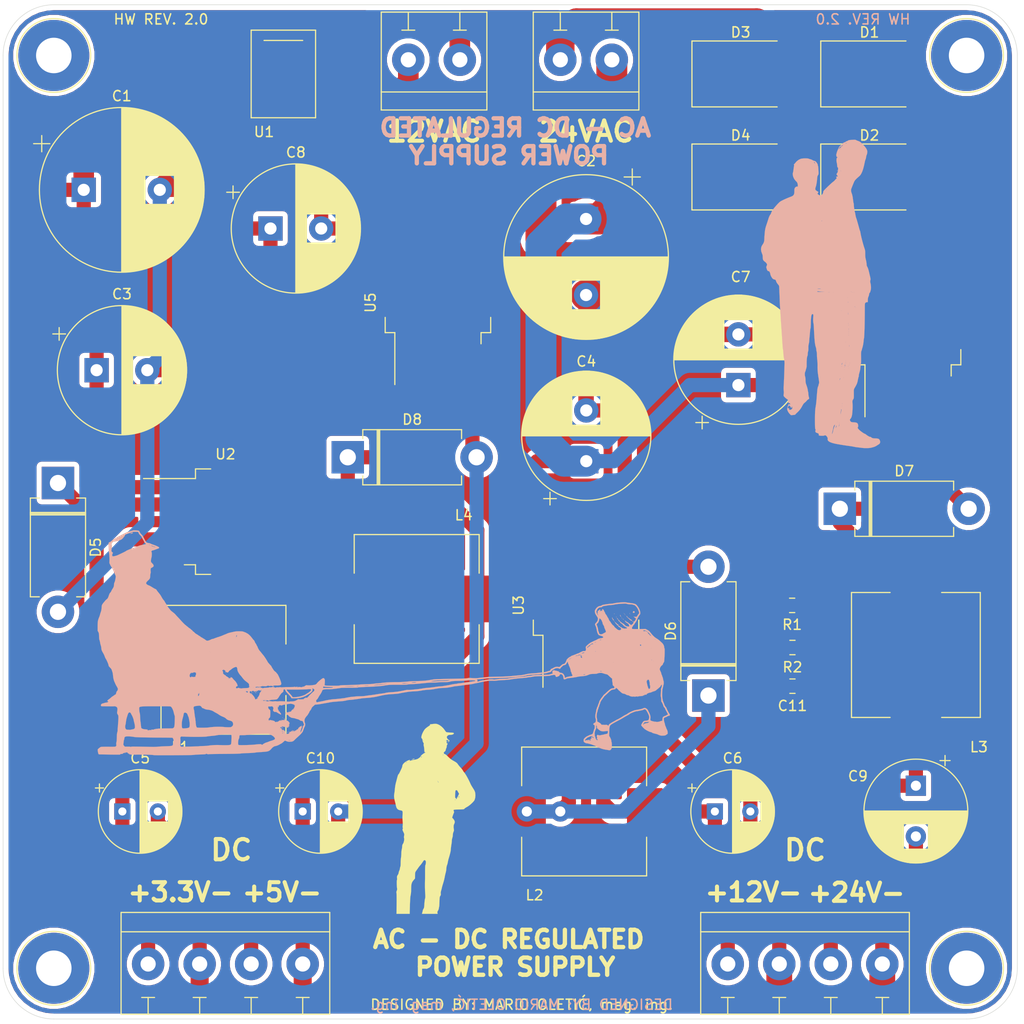
<source format=kicad_pcb>
(kicad_pcb (version 20171130) (host pcbnew "(5.1.5)-3")
  (layers (0 F.Cu signal) (31 B.Cu signal) (34 B.Paste user) (35 F.Paste user) (36 B.SilkS user) (37 F.SilkS user) (38 B.Mask user) (39 F.Mask user) (44 Edge.Cuts user))
  (net 0 "")
  (net 1 GND)
  (net 2 +12V)
  (net 3 +24V)
  (net 4 GNDA)
  (net 5 +3V3)
  (net 6 +12VA)
  (net 7 VPP)
  (net 8 +5V)
  (net 9 "Net-(C11-Pad2)")
  (net 10 /AC1)
  (net 11 /AC2)
  (net 12 "Net-(D5-Pad1)")
  (net 13 "Net-(D6-Pad1)")
  (net 14 "Net-(D7-Pad1)")
  (net 15 "Net-(D8-Pad1)")
  (net 16 "Net-(J1-Pad2)")
  (net 17 "Net-(J1-Pad1)")
  (module PowerSupply:med2 (layer B.Cu) (at 181.61 78.105 180)
    (fp_text reference G*** hide)
    (fp_text value LOGO hide)
  )
  (module PowerSupply:me5 (layer F.Cu) (at 142.24 130.175)
    (fp_text reference G*** hide)
    (fp_text value LOGO hide)
  )
  (module PowerSupply:dam4 (layer B.Cu) (at 137.16 112.395 180)
    (fp_text reference G*** hide)
    (fp_text value LOGO hide)
  )
  (module PowerSupply:M3_ScrewPad (layer F.Cu) (at 105 145)
    (fp_text reference REF** hide)
    (fp_text value M3_ScrewPad hide)
    (pad 1 thru_hole circle (at 0 0) (size 7 7) (drill 3.5) (layers *.Cu *.Mask))
  )
  (module PowerSupply:M3_ScrewPad (layer F.Cu) (at 105 55)
    (fp_text reference REF** hide)
    (fp_text value M3_ScrewPad hide)
    (pad 1 thru_hole circle (at 0 0) (size 7 7) (drill 3.5) (layers *.Cu *.Mask))
  )
  (module PowerSupply:M3_ScrewPad (layer F.Cu) (at 195 55)
    (fp_text reference REF** hide)
    (fp_text value M3_ScrewPad hide)
    (pad 1 thru_hole circle (at 0 0) (size 7 7) (drill 3.5) (layers *.Cu *.Mask))
  )
  (module PowerSupply:M3_ScrewPad (layer F.Cu) (at 195 145)
    (fp_text reference REF** hide)
    (fp_text value M3_ScrewPad hide)
    (pad 1 thru_hole circle (at 0 0) (size 7 7) (drill 3.5) (layers *.Cu *.Mask))
  )
  (module Capacitor_THT:CP_Radial_D16.0mm_P7.50mm (layer F.Cu) (at 107.95 68.25005)
    (fp_text reference C1 (at 3.75 -9.25) (layer F.SilkS))
    (fp_text value 2200uF hide)
    (pad 2 thru_hole circle (at 7.5 0) (size 2.4 2.4) (drill 1.2) (layers *.Cu *.Mask) (net 1 GND))
    (pad 1 thru_hole rect (at 0 0) (size 2.4 2.4) (drill 1.2) (layers *.Cu *.Mask) (net 2 +12V))
  )
  (module Capacitor_THT:CP_Radial_D16.0mm_P7.50mm (layer F.Cu) (at 157.48 71.12 270)
    (fp_text reference C2 (at -5.715 0 180) (layer F.SilkS))
    (fp_text value 2200uF hide)
    (pad 1 thru_hole rect (at 0 0 270) (size 2.4 2.4) (drill 1.2) (layers *.Cu *.Mask) (net 3 +24V))
    (pad 2 thru_hole circle (at 7.5 0 270) (size 2.4 2.4) (drill 1.2) (layers *.Cu *.Mask) (net 4 GNDA))
  )
  (module Capacitor_THT:CP_Radial_D12.5mm_P5.00mm (layer F.Cu) (at 109.22 86.03005)
    (fp_text reference C3 (at 2.5 -7.5) (layer F.SilkS))
    (fp_text value 680uF hide)
    (pad 2 thru_hole circle (at 5 0) (size 2.4 2.4) (drill 1.2) (layers *.Cu *.Mask) (net 1 GND))
    (pad 1 thru_hole rect (at 0 0) (size 2.4 2.4) (drill 1.2) (layers *.Cu *.Mask) (net 2 +12V))
  )
  (module Capacitor_THT:CP_Radial_D12.5mm_P5.00mm (layer F.Cu) (at 157.5 95 90)
    (fp_text reference C4 (at 9.83005 0 180) (layer F.SilkS))
    (fp_text value 680uF hide)
    (pad 2 thru_hole circle (at 5 0 90) (size 2.4 2.4) (drill 1.2) (layers *.Cu *.Mask) (net 4 GNDA))
    (pad 1 thru_hole rect (at 0 0 90) (size 2.4 2.4) (drill 1.2) (layers *.Cu *.Mask) (net 3 +24V))
  )
  (module Capacitor_THT:CP_Radial_D8.0mm_P3.50mm (layer F.Cu) (at 111.76 129.54)
    (fp_text reference C5 (at 1.75 -5.25) (layer F.SilkS))
    (fp_text value 330uF hide)
    (pad 1 thru_hole rect (at 0 0) (size 1.6 1.6) (drill 0.8) (layers *.Cu *.Mask) (net 5 +3V3))
    (pad 2 thru_hole circle (at 3.5 0) (size 1.6 1.6) (drill 0.8) (layers *.Cu *.Mask) (net 1 GND))
  )
  (module Capacitor_THT:CP_Radial_D8.0mm_P3.50mm (layer F.Cu) (at 170.18 129.54)
    (fp_text reference C6 (at 1.75 -5.25) (layer F.SilkS))
    (fp_text value 180uF hide)
    (pad 1 thru_hole rect (at 0 0) (size 1.6 1.6) (drill 0.8) (layers *.Cu *.Mask) (net 6 +12VA))
    (pad 2 thru_hole circle (at 3.5 0) (size 1.6 1.6) (drill 0.8) (layers *.Cu *.Mask) (net 4 GNDA))
  )
  (module Capacitor_THT:CP_Radial_D12.5mm_P5.00mm (layer F.Cu) (at 172.5 87.5 90)
    (fp_text reference C7 (at 10.665 0.22 180) (layer F.SilkS))
    (fp_text value 680uF hide)
    (pad 1 thru_hole rect (at 0 0 90) (size 2.4 2.4) (drill 1.2) (layers *.Cu *.Mask) (net 3 +24V))
    (pad 2 thru_hole circle (at 5 0 90) (size 2.4 2.4) (drill 1.2) (layers *.Cu *.Mask) (net 4 GNDA))
  )
  (module Capacitor_THT:CP_Radial_D12.5mm_P5.00mm (layer F.Cu) (at 126.365 72.06005)
    (fp_text reference C8 (at 2.5 -7.5) (layer F.SilkS))
    (fp_text value 680uF hide)
    (pad 1 thru_hole rect (at 0 0) (size 2.4 2.4) (drill 1.2) (layers *.Cu *.Mask) (net 2 +12V))
    (pad 2 thru_hole circle (at 5 0) (size 2.4 2.4) (drill 1.2) (layers *.Cu *.Mask) (net 1 GND))
  )
  (module Capacitor_THT:CP_Radial_D10.0mm_P5.00mm (layer F.Cu) (at 190 127 270)
    (fp_text reference C9 (at -0.94005 5.715 180) (layer F.SilkS))
    (fp_text value 150uF hide)
    (pad 1 thru_hole rect (at 0 0 270) (size 2 2) (drill 1) (layers *.Cu *.Mask) (net 7 VPP))
    (pad 2 thru_hole circle (at 5 0 270) (size 2 2) (drill 1) (layers *.Cu *.Mask) (net 4 GNDA))
  )
  (module Capacitor_THT:CP_Radial_D8.0mm_P3.50mm (layer F.Cu) (at 129.54 129.54)
    (fp_text reference C10 (at 1.75 -5.25) (layer F.SilkS))
    (fp_text value 180uF hide)
    (pad 2 thru_hole circle (at 3.5 0) (size 1.6 1.6) (drill 0.8) (layers *.Cu *.Mask) (net 1 GND))
    (pad 1 thru_hole rect (at 0 0) (size 1.6 1.6) (drill 0.8) (layers *.Cu *.Mask) (net 8 +5V))
  )
  (module Capacitor_SMD:C_0805_2012Metric (layer F.Cu) (at 177.83 117.18505)
    (fp_text reference C11 (at 0 1.94095) (layer F.SilkS))
    (fp_text value 560pF hide)
    (pad 1 smd roundrect (at -0.9375 0) (size 0.975 1.4) (layers F.Cu F.Paste F.Mask) (net 7 VPP))
    (pad 2 smd roundrect (at 0.9375 0) (size 0.975 1.4) (layers F.Cu F.Paste F.Mask) (net 9 "Net-(C11-Pad2)"))
  )
  (module Diode_SMD:D_SMC (layer F.Cu) (at 185.42 56.82005)
    (fp_text reference D1 (at 0 -4.1) (layer F.SilkS))
    (fp_text value D hide)
    (pad 1 smd rect (at -3.4 0 90) (size 3.3 2.5) (layers F.Cu F.Paste F.Mask) (net 10 /AC1))
    (pad 2 smd rect (at 3.4 0 90) (size 3.3 2.5) (layers F.Cu F.Paste F.Mask) (net 4 GNDA))
  )
  (module Diode_SMD:D_SMC (layer F.Cu) (at 185.42 66.98005)
    (fp_text reference D2 (at 0 -4.1) (layer F.SilkS))
    (fp_text value D hide)
    (pad 1 smd rect (at -3.4 0 90) (size 3.3 2.5) (layers F.Cu F.Paste F.Mask) (net 11 /AC2))
    (pad 2 smd rect (at 3.4 0 90) (size 3.3 2.5) (layers F.Cu F.Paste F.Mask) (net 4 GNDA))
  )
  (module Diode_SMD:D_SMC (layer F.Cu) (at 172.72 56.82005)
    (fp_text reference D3 (at 0 -4.1) (layer F.SilkS))
    (fp_text value D hide)
    (pad 2 smd rect (at 3.4 0 90) (size 3.3 2.5) (layers F.Cu F.Paste F.Mask) (net 10 /AC1))
    (pad 1 smd rect (at -3.4 0 90) (size 3.3 2.5) (layers F.Cu F.Paste F.Mask) (net 3 +24V))
  )
  (module Diode_SMD:D_SMC (layer F.Cu) (at 172.72 66.98005)
    (fp_text reference D4 (at 0 -4.1) (layer F.SilkS))
    (fp_text value D hide)
    (pad 2 smd rect (at 3.4 0 90) (size 3.3 2.5) (layers F.Cu F.Paste F.Mask) (net 11 /AC2))
    (pad 1 smd rect (at -3.4 0 90) (size 3.3 2.5) (layers F.Cu F.Paste F.Mask) (net 3 +24V))
  )
  (module Diode_THT:D_DO-201AD_P12.70mm_Horizontal (layer F.Cu) (at 105.41 97.155 270)
    (fp_text reference D5 (at 6.35 -3.72 90) (layer F.SilkS))
    (fp_text value D_Schottky hide)
    (pad 1 thru_hole rect (at 0 0 270) (size 3.2 3.2) (drill 1.6) (layers *.Cu *.Mask) (net 12 "Net-(D5-Pad1)"))
    (pad 2 thru_hole oval (at 12.7 0 270) (size 3.2 3.2) (drill 1.6) (layers *.Cu *.Mask) (net 1 GND))
  )
  (module Diode_THT:D_DO-201AD_P12.70mm_Horizontal (layer F.Cu) (at 169.545 118.11 90)
    (fp_text reference D6 (at 6.35 -3.72 90) (layer F.SilkS))
    (fp_text value D_Schottky hide)
    (pad 1 thru_hole rect (at 0 0 90) (size 3.2 3.2) (drill 1.6) (layers *.Cu *.Mask) (net 13 "Net-(D6-Pad1)"))
    (pad 2 thru_hole oval (at 12.7 0 90) (size 3.2 3.2) (drill 1.6) (layers *.Cu *.Mask) (net 4 GNDA))
  )
  (module Diode_THT:D_DO-201AD_P12.70mm_Horizontal (layer F.Cu) (at 182.5 99.695)
    (fp_text reference D7 (at 6.35 -3.72) (layer F.SilkS))
    (fp_text value D_Schottky hide)
    (pad 2 thru_hole oval (at 12.7 0) (size 3.2 3.2) (drill 1.6) (layers *.Cu *.Mask) (net 4 GNDA))
    (pad 1 thru_hole rect (at 0 0) (size 3.2 3.2) (drill 1.6) (layers *.Cu *.Mask) (net 14 "Net-(D7-Pad1)"))
  )
  (module Diode_THT:D_DO-201AD_P12.70mm_Horizontal (layer F.Cu) (at 133.985 94.615)
    (fp_text reference D8 (at 6.35 -3.72) (layer F.SilkS))
    (fp_text value D_Schottky hide)
    (pad 2 thru_hole oval (at 12.7 0) (size 3.2 3.2) (drill 1.6) (layers *.Cu *.Mask) (net 1 GND))
    (pad 1 thru_hole rect (at 0 0) (size 3.2 3.2) (drill 1.6) (layers *.Cu *.Mask) (net 15 "Net-(D8-Pad1)"))
  )
  (module PowerSupply:PCB_Screw_Terminal_5.08_2ways (layer F.Cu) (at 142.494 55.55005 180)
    (fp_text reference J1 hide)
    (fp_text value Screw_Terminal_01x02 hide)
    (pad 2 thru_hole circle (at 2.54 0.127 180) (size 3.2 3.2) (drill 1.5) (layers *.Cu *.Mask) (net 16 "Net-(J1-Pad2)"))
    (pad 1 thru_hole circle (at -2.54 0.127 180) (size 3.2 3.2) (drill 1.5) (layers *.Cu *.Mask) (net 17 "Net-(J1-Pad1)"))
  )
  (module PowerSupply:PCB_Screw_Terminal_5.08_2ways (layer F.Cu) (at 157.48 55.55005 180)
    (fp_text reference J2 hide)
    (fp_text value Screw_Terminal_01x02 hide)
    (pad 1 thru_hole circle (at -2.54 0.127 180) (size 3.2 3.2) (drill 1.5) (layers *.Cu *.Mask) (net 11 /AC2))
    (pad 2 thru_hole circle (at 2.54 0.127 180) (size 3.2 3.2) (drill 1.5) (layers *.Cu *.Mask) (net 10 /AC1))
  )
  (module PowerSupply:PCB_Screw_Terminal_5.08_4ways (layer F.Cu) (at 171.45 144.45005)
    (fp_text reference J3 hide)
    (fp_text value Screw_Terminal_01x04 hide)
    (pad 4 thru_hole circle (at 15.24 0.127) (size 3.2 3.2) (drill 1.5) (layers *.Cu *.Mask) (net 4 GNDA))
    (pad 3 thru_hole circle (at 10.16 0.127) (size 3.2 3.2) (drill 1.5) (layers *.Cu *.Mask) (net 7 VPP))
    (pad 1 thru_hole circle (at 0 0.127) (size 3.2 3.2) (drill 1.5) (layers *.Cu *.Mask) (net 6 +12VA))
    (pad 2 thru_hole circle (at 5.08 0.127) (size 3.2 3.2) (drill 1.5) (layers *.Cu *.Mask) (net 4 GNDA))
  )
  (module PowerSupply:PCB_Screw_Terminal_5.08_4ways (layer F.Cu) (at 114.3 144.45005)
    (fp_text reference J4 hide)
    (fp_text value Screw_Terminal_01x04 hide)
    (pad 2 thru_hole circle (at 5.08 0.127) (size 3.2 3.2) (drill 1.5) (layers *.Cu *.Mask) (net 1 GND))
    (pad 1 thru_hole circle (at 0 0.127) (size 3.2 3.2) (drill 1.5) (layers *.Cu *.Mask) (net 5 +3V3))
    (pad 3 thru_hole circle (at 10.16 0.127) (size 3.2 3.2) (drill 1.5) (layers *.Cu *.Mask) (net 8 +5V))
    (pad 4 thru_hole circle (at 15.24 0.127) (size 3.2 3.2) (drill 1.5) (layers *.Cu *.Mask) (net 1 GND))
  )
  (module PowerSupply:HPI1206 (layer F.Cu) (at 116.205 115.57)
    (fp_text reference L1 (at 1.27 7.62) (layer F.SilkS))
    (fp_text value 47uH hide)
    (pad 1 smd rect (at 0 0) (size 3.5 4.6) (layers F.Cu F.Paste F.Mask) (net 12 "Net-(D5-Pad1)"))
    (pad 2 smd rect (at 11.5 0) (size 3.5 4.6) (layers F.Cu F.Paste F.Mask) (net 5 +3V3))
  )
  (module PowerSupply:HPI1206 (layer F.Cu) (at 151.765 129.54)
    (fp_text reference L2 (at 0.635 8.255) (layer F.SilkS))
    (fp_text value 150uH hide)
    (pad 1 smd rect (at 0 0) (size 3.5 4.6) (layers F.Cu F.Paste F.Mask) (net 13 "Net-(D6-Pad1)"))
    (pad 2 smd rect (at 11.5 0) (size 3.5 4.6) (layers F.Cu F.Paste F.Mask) (net 6 +12VA))
  )
  (module PowerSupply:HPI1206 (layer F.Cu) (at 190 108.585 270)
    (fp_text reference L3 (at 14.605 -6.215 180) (layer F.SilkS))
    (fp_text value 47uH hide)
    (pad 2 smd rect (at 11.5 0 270) (size 3.5 4.6) (layers F.Cu F.Paste F.Mask) (net 7 VPP))
    (pad 1 smd rect (at 0 0 270) (size 3.5 4.6) (layers F.Cu F.Paste F.Mask) (net 14 "Net-(D7-Pad1)"))
  )
  (module PowerSupply:HPI1206 (layer F.Cu) (at 135.255 108.585)
    (fp_text reference L4 (at 10.16 -8.255) (layer F.SilkS))
    (fp_text value 33uH hide)
    (pad 2 smd rect (at 11.5 0) (size 3.5 4.6) (layers F.Cu F.Paste F.Mask) (net 8 +5V))
    (pad 1 smd rect (at 0 0) (size 3.5 4.6) (layers F.Cu F.Paste F.Mask) (net 15 "Net-(D8-Pad1)"))
  )
  (module Resistor_SMD:R_0805_2012Metric (layer F.Cu) (at 177.8 109.22)
    (fp_text reference R1 (at 0 1.905) (layer F.SilkS))
    (fp_text value 1k hide)
    (pad 2 smd roundrect (at 0.9375 0) (size 0.975 1.4) (layers F.Cu F.Paste F.Mask) (net 9 "Net-(C11-Pad2)"))
    (pad 1 smd roundrect (at -0.9375 0) (size 0.975 1.4) (layers F.Cu F.Paste F.Mask) (net 4 GNDA))
  )
  (module Resistor_SMD:R_0805_2012Metric (layer F.Cu) (at 177.83 113.37505 180)
    (fp_text reference R2 (at 0 -1.94095) (layer F.SilkS))
    (fp_text value 18k5 hide)
    (pad 1 smd roundrect (at -0.9375 0 180) (size 0.975 1.4) (layers F.Cu F.Paste F.Mask) (net 9 "Net-(C11-Pad2)"))
    (pad 2 smd roundrect (at 0.9375 0 180) (size 0.975 1.4) (layers F.Cu F.Paste F.Mask) (net 7 VPP))
  )
  (module PowerSupply:DBxxS2 (layer F.Cu) (at 132.08 54.28005 270)
    (fp_text reference U1 (at 8.255 6.35 180) (layer F.SilkS))
    (fp_text value Bridge_Rectifier hide)
    (pad 4 smd rect (at 0 0 270) (size 1.3 1.5) (layers F.Cu F.Paste F.Mask) (net 17 "Net-(J1-Pad1)"))
    (pad 1 smd rect (at 0 8.9 270) (size 1.3 1.5) (layers F.Cu F.Paste F.Mask) (net 2 +12V))
    (pad 2 smd rect (at 5.1 8.9 270) (size 1.3 1.5) (layers F.Cu F.Paste F.Mask) (net 1 GND))
    (pad 3 smd rect (at 5.1 0 270) (size 1.3 1.5) (layers F.Cu F.Paste F.Mask) (net 16 "Net-(J1-Pad2)"))
  )
  (module Package_TO_SOT_SMD:TO-263-5_TabPin3 (layer F.Cu) (at 121.92 100.965)
    (fp_text reference U2 (at 0 -6.65) (layer F.SilkS))
    (fp_text value LM2596S-3.3 hide)
    (pad 3 smd rect (at 3.375 0) (size 9.4 10.8) (layers F.Cu F.Mask) (net 1 GND))
    (pad 5 smd rect (at -5.775 3.4) (size 4.6 1.1) (layers F.Cu F.Paste F.Mask) (net 1 GND))
    (pad 4 smd rect (at -5.775 1.7) (size 4.6 1.1) (layers F.Cu F.Paste F.Mask) (net 5 +3V3))
    (pad 3 smd rect (at -5.775 0) (size 4.6 1.1) (layers F.Cu F.Paste F.Mask) (net 1 GND))
    (pad 2 smd rect (at -5.775 -1.7) (size 4.6 1.1) (layers F.Cu F.Paste F.Mask) (net 12 "Net-(D5-Pad1)"))
    (pad 1 smd rect (at -5.775 -3.4) (size 4.6 1.1) (layers F.Cu F.Paste F.Mask) (net 2 +12V))
  )
  (module Package_TO_SOT_SMD:TO-263-5_TabPin3 (layer F.Cu) (at 157.48 109.22 90)
    (fp_text reference U3 (at 0 -6.65 90) (layer F.SilkS))
    (fp_text value LM2596S-12 hide)
    (pad 3 smd rect (at 3.375 0 90) (size 9.4 10.8) (layers F.Cu F.Mask) (net 4 GNDA))
    (pad 5 smd rect (at -5.775 3.4 90) (size 4.6 1.1) (layers F.Cu F.Paste F.Mask) (net 4 GNDA))
    (pad 4 smd rect (at -5.775 1.7 90) (size 4.6 1.1) (layers F.Cu F.Paste F.Mask) (net 6 +12VA))
    (pad 3 smd rect (at -5.775 0 90) (size 4.6 1.1) (layers F.Cu F.Paste F.Mask) (net 4 GNDA))
    (pad 2 smd rect (at -5.775 -1.7 90) (size 4.6 1.1) (layers F.Cu F.Paste F.Mask) (net 13 "Net-(D6-Pad1)"))
    (pad 1 smd rect (at -5.775 -3.4 90) (size 4.6 1.1) (layers F.Cu F.Paste F.Mask) (net 3 +24V))
  )
  (module Package_TO_SOT_SMD:TO-263-5_TabPin3 (layer F.Cu) (at 189.23 82.55 90)
    (fp_text reference U4 (at 0 -6.65 90) (layer F.SilkS))
    (fp_text value LM2596S-ADJ hide)
    (pad 1 smd rect (at -5.775 -3.4 90) (size 4.6 1.1) (layers F.Cu F.Paste F.Mask) (net 3 +24V))
    (pad 2 smd rect (at -5.775 -1.7 90) (size 4.6 1.1) (layers F.Cu F.Paste F.Mask) (net 14 "Net-(D7-Pad1)"))
    (pad 3 smd rect (at -5.775 0 90) (size 4.6 1.1) (layers F.Cu F.Paste F.Mask) (net 4 GNDA))
    (pad 4 smd rect (at -5.775 1.7 90) (size 4.6 1.1) (layers F.Cu F.Paste F.Mask) (net 9 "Net-(C11-Pad2)"))
    (pad 5 smd rect (at -5.775 3.4 90) (size 4.6 1.1) (layers F.Cu F.Paste F.Mask) (net 4 GNDA))
    (pad 3 smd rect (at 3.375 0 90) (size 9.4 10.8) (layers F.Cu F.Mask) (net 4 GNDA))
  )
  (module Package_TO_SOT_SMD:TO-263-5_TabPin3 (layer F.Cu) (at 142.875 79.375 90)
    (fp_text reference U5 (at 0 -6.65 90) (layer F.SilkS))
    (fp_text value LM2596S-5 hide)
    (pad 1 smd rect (at -5.775 -3.4 90) (size 4.6 1.1) (layers F.Cu F.Paste F.Mask) (net 2 +12V))
    (pad 2 smd rect (at -5.775 -1.7 90) (size 4.6 1.1) (layers F.Cu F.Paste F.Mask) (net 15 "Net-(D8-Pad1)"))
    (pad 3 smd rect (at -5.775 0 90) (size 4.6 1.1) (layers F.Cu F.Paste F.Mask) (net 1 GND))
    (pad 4 smd rect (at -5.775 1.7 90) (size 4.6 1.1) (layers F.Cu F.Paste F.Mask) (net 8 +5V))
    (pad 5 smd rect (at -5.775 3.4 90) (size 4.6 1.1) (layers F.Cu F.Paste F.Mask) (net 1 GND))
    (pad 3 smd rect (at 3.375 0 90) (size 9.4 10.8) (layers F.Cu F.Mask) (net 1 GND))
  )
  (gr_text "DESIGNED BY: MARIO OLETIĆ, mag. ing." (at 151.13 148.59) (layer B.SilkS) (effects (font (size 1 1)) (justify mirror)))
  (gr_text "AC - DC REGULATED \nPOWER SUPPLY" (at 149.86 63.5) (layer B.SilkS) (effects (font (size 1.7 1.7) (thickness 0.425)) (justify mirror)))
  (gr_text "HW REV. 2.0" (at 184.785 51.435) (layer B.SilkS) (effects (font (size 1 1)) (justify mirror)))
  (gr_text "AC - DC REGULATED \nPOWER SUPPLY" (at 150.495 143.51) (layer F.SilkS) (effects (font (size 1.7 1.7) (thickness 0.425))))
  (gr_text "HW REV. 2.0" (at 115.57 51.435) (layer F.SilkS) (effects (font (size 1 1))))
  (gr_text "DESIGNED BY: MARIO OLETIĆ, mag. ing." (at 151.13 148.59) (layer F.SilkS) (effects (font (size 1 1))))
  (gr_text DC (at 179.07 133.35) (layer F.SilkS) (effects (font (size 2 2) (thickness 0.4))))
  (gr_text DC (at 122.5 133.35) (layer F.SilkS) (effects (font (size 2 2) (thickness 0.4))))
  (gr_text +24V- (at 184.15 137.541) (layer F.SilkS) (effects (font (size 1.8 1.8) (thickness 0.4))))
  (gr_text +12V- (at 173.99 137.5) (layer F.SilkS) (effects (font (size 1.8 1.8) (thickness 0.4))))
  (gr_text +5V- (at 127.5 137.5) (layer F.SilkS) (effects (font (size 1.8 1.8) (thickness 0.4))))
  (gr_text +3.3V- (at 117.5 137.5) (layer F.SilkS) (effects (font (size 1.8 1.8) (thickness 0.4))))
  (gr_text 24VAC (at 157.5 62.5) (layer F.SilkS) (effects (font (size 2 2) (thickness 0.4))))
  (gr_text 12VAC (at 142.5 62.5) (layer F.SilkS) (effects (font (size 2 2) (thickness 0.4))))
  (gr_arc (start 195 55) (end 200 55) (angle -90) (layer Edge.Cuts) (width 0.05))
  (gr_arc (start 195 145) (end 195 150) (angle -90) (layer Edge.Cuts) (width 0.05))
  (gr_arc (start 105 145) (end 100 145) (angle -90) (layer Edge.Cuts) (width 0.05))
  (gr_arc (start 105 55) (end 105 50) (angle -90) (layer Edge.Cuts) (width 0.05))
  (gr_line (start 100 55) (end 100 145) (layer Edge.Cuts) (width 0.05))
  (gr_line (start 195 50.000025) (end 105 50) (layer Edge.Cuts) (width 0.05))
  (gr_line (start 200.0001 145) (end 200 55) (layer Edge.Cuts) (width 0.05))
  (gr_line (start 105 150) (end 195 150) (layer Edge.Cuts) (width 0.05))
  (segment (start 123.18 60.52005) (end 115.45 68.25005) (width 2.032) (layer F.Cu) (net 1))
  (segment (start 123.18 59.38005) (end 123.18 60.52005) (width 2.032) (layer F.Cu) (net 1))
  (segment (start 129.252056 68.25005) (end 117.147056 68.25005) (width 1.397) (layer F.Cu) (net 1))
  (segment (start 131.365 70.362994) (end 129.252056 68.25005) (width 1.397) (layer F.Cu) (net 1))
  (segment (start 117.147056 68.25005) (end 115.45 68.25005) (width 1.397) (layer F.Cu) (net 1))
  (segment (start 131.365 72.06005) (end 131.365 70.362994) (width 1.397) (layer F.Cu) (net 1))
  (segment (start 115.45 84.80005) (end 114.22 86.03005) (width 1.397) (layer B.Cu) (net 1))
  (segment (start 115.45 68.25005) (end 115.45 84.80005) (width 1.397) (layer B.Cu) (net 1))
  (segment (start 138.93505 72.06005) (end 142.875 76) (width 1.397) (layer F.Cu) (net 1))
  (segment (start 131.365 72.06005) (end 138.93505 72.06005) (width 1.397) (layer F.Cu) (net 1))
  (segment (start 142.875 76) (end 142.875 85.15) (width 1.397) (layer F.Cu) (net 1))
  (segment (start 146.275 79.4) (end 142.875 76) (width 1.397) (layer F.Cu) (net 1))
  (segment (start 146.275 85.15) (end 146.275 79.4) (width 1.397) (layer F.Cu) (net 1))
  (segment (start 146.275 94.205) (end 146.685 94.615) (width 1.397) (layer F.Cu) (net 1))
  (segment (start 146.275 85.15) (end 146.275 94.205) (width 1.397) (layer F.Cu) (net 1))
  (segment (start 133.04 129.54) (end 133.04 135.184) (width 1.397) (layer F.Cu) (net 1))
  (segment (start 129.54 138.684) (end 129.54 144.57705) (width 1.397) (layer F.Cu) (net 1))
  (segment (start 133.04 135.184) (end 129.54 138.684) (width 1.397) (layer F.Cu) (net 1))
  (segment (start 146.685 94.615) (end 146.685 122.809) (width 1.397) (layer B.Cu) (net 1))
  (segment (start 139.954 129.54) (end 133.04 129.54) (width 1.397) (layer B.Cu) (net 1))
  (segment (start 146.685 122.809) (end 139.954 129.54) (width 1.397) (layer B.Cu) (net 1))
  (segment (start 119.38 146.839791) (end 120.876209 148.336) (width 1.778) (layer F.Cu) (net 1))
  (segment (start 119.38 144.57705) (end 119.38 146.839791) (width 1.778) (layer F.Cu) (net 1))
  (segment (start 120.876209 148.336) (end 128.27 148.336) (width 1.778) (layer F.Cu) (net 1))
  (segment (start 129.54 147.066) (end 129.54 144.57705) (width 1.778) (layer F.Cu) (net 1))
  (segment (start 128.27 148.336) (end 129.54 147.066) (width 1.778) (layer F.Cu) (net 1))
  (segment (start 116.145 100.965) (end 125.295 100.965) (width 1.397) (layer F.Cu) (net 1))
  (segment (start 121.895 104.365) (end 125.295 100.965) (width 1.397) (layer F.Cu) (net 1))
  (segment (start 116.145 104.365) (end 121.895 104.365) (width 1.397) (layer F.Cu) (net 1))
  (segment (start 125.295 94.168) (end 125.295 100.965) (width 1.397) (layer F.Cu) (net 1))
  (segment (start 117.15705 86.03005) (end 125.295 94.168) (width 1.397) (layer F.Cu) (net 1))
  (segment (start 114.22 86.03005) (end 117.15705 86.03005) (width 1.397) (layer F.Cu) (net 1))
  (segment (start 115.26 130.67137) (end 119.38 134.79137) (width 1.397) (layer F.Cu) (net 1))
  (segment (start 115.26 129.54) (end 115.26 130.67137) (width 1.397) (layer F.Cu) (net 1))
  (segment (start 119.38 134.79137) (end 119.38 144.57705) (width 1.397) (layer F.Cu) (net 1))
  (segment (start 114.22 101.045) (end 105.41 109.855) (width 1.397) (layer B.Cu) (net 1))
  (segment (start 114.22 86.03005) (end 114.22 101.045) (width 1.397) (layer B.Cu) (net 1))
  (segment (start 120.398 54.28005) (end 123.18 54.28005) (width 2.032) (layer F.Cu) (net 2))
  (segment (start 118.688 54.28005) (end 120.398 54.28005) (width 2.032) (layer F.Cu) (net 2))
  (segment (start 107.95 65.01805) (end 118.688 54.28005) (width 2.032) (layer F.Cu) (net 2))
  (segment (start 107.95 68.25005) (end 107.95 65.01805) (width 2.032) (layer F.Cu) (net 2))
  (segment (start 107.95 70.84705) (end 107.95 68.25005) (width 1.397) (layer F.Cu) (net 2))
  (segment (start 109.163 72.06005) (end 107.95 70.84705) (width 1.397) (layer F.Cu) (net 2))
  (segment (start 126.365 72.06005) (end 109.163 72.06005) (width 1.397) (layer F.Cu) (net 2))
  (segment (start 105.353 68.25005) (end 107.95 68.25005) (width 1.397) (layer F.Cu) (net 2))
  (segment (start 104.394 69.20905) (end 105.353 68.25005) (width 1.397) (layer F.Cu) (net 2))
  (segment (start 104.394 78.60705) (end 104.394 69.20905) (width 1.397) (layer F.Cu) (net 2))
  (segment (start 109.22 83.43305) (end 104.394 78.60705) (width 1.397) (layer F.Cu) (net 2))
  (segment (start 109.22 86.03005) (end 109.22 83.43305) (width 1.397) (layer F.Cu) (net 2))
  (segment (start 137.528 85.15) (end 139.475 85.15) (width 1.397) (layer F.Cu) (net 2))
  (segment (start 136.85795 85.15) (end 137.528 85.15) (width 1.397) (layer F.Cu) (net 2))
  (segment (start 126.365 74.65705) (end 136.85795 85.15) (width 1.397) (layer F.Cu) (net 2))
  (segment (start 126.365 72.06005) (end 126.365 74.65705) (width 1.397) (layer F.Cu) (net 2))
  (segment (start 112.448 97.565) (end 116.145 97.565) (width 1.397) (layer F.Cu) (net 2))
  (segment (start 109.22 94.337) (end 112.448 97.565) (width 1.397) (layer F.Cu) (net 2))
  (segment (start 109.22 86.03005) (end 109.22 94.337) (width 1.397) (layer F.Cu) (net 2))
  (segment (start 169.32 56.82005) (end 169.32 66.98005) (width 2.54) (layer F.Cu) (net 3))
  (segment (start 157.48 71.12) (end 158.75 71.12) (width 3.048) (layer F.Cu) (net 3))
  (segment (start 162.88995 66.98005) (end 169.32 66.98005) (width 3.048) (layer F.Cu) (net 3))
  (segment (start 158.75 71.12) (end 162.88995 66.98005) (width 3.048) (layer F.Cu) (net 3))
  (segment (start 155.325 95) (end 157.5 95) (width 3.048) (layer B.Cu) (net 3))
  (segment (start 153.035 92.71) (end 155.325 95) (width 3.048) (layer B.Cu) (net 3))
  (segment (start 153.035 73.66) (end 153.035 92.71) (width 3.048) (layer B.Cu) (net 3))
  (segment (start 157.48 71.12) (end 155.575 71.12) (width 3.048) (layer B.Cu) (net 3))
  (segment (start 155.575 71.12) (end 153.035 73.66) (width 3.048) (layer B.Cu) (net 3))
  (segment (start 157.5 95) (end 160.224 95) (width 1.397) (layer B.Cu) (net 3))
  (segment (start 167.724 87.5) (end 172.5 87.5) (width 1.397) (layer B.Cu) (net 3))
  (segment (start 160.224 95) (end 167.724 87.5) (width 1.397) (layer B.Cu) (net 3))
  (segment (start 185.005 87.5) (end 185.83 88.325) (width 1.397) (layer F.Cu) (net 3))
  (segment (start 172.5 87.5) (end 185.005 87.5) (width 1.397) (layer F.Cu) (net 3))
  (segment (start 152.133 114.995) (end 150.495 113.357) (width 1.397) (layer F.Cu) (net 3))
  (segment (start 154.08 114.995) (end 152.133 114.995) (width 1.397) (layer F.Cu) (net 3))
  (segment (start 150.495 113.357) (end 150.495 97.155) (width 1.397) (layer F.Cu) (net 3))
  (segment (start 152.65 95) (end 157.5 95) (width 1.397) (layer F.Cu) (net 3))
  (segment (start 150.495 97.155) (end 152.65 95) (width 1.397) (layer F.Cu) (net 3))
  (segment (start 188.82 56.82005) (end 188.82 66.98005) (width 2.54) (layer F.Cu) (net 4))
  (segment (start 188.82 68.355) (end 188.82 66.98005) (width 3.048) (layer F.Cu) (net 4))
  (segment (start 185.42 71.755) (end 188.82 68.355) (width 3.048) (layer F.Cu) (net 4))
  (segment (start 185.42 71.755) (end 182.88 71.755) (width 3.048) (layer F.Cu) (net 4))
  (segment (start 176.015 78.62) (end 157.48 78.62) (width 3.048) (layer F.Cu) (net 4))
  (segment (start 182.88 71.755) (end 176.015 78.62) (width 3.048) (layer F.Cu) (net 4))
  (segment (start 157.48 89.98) (end 157.5 90) (width 1.524) (layer F.Cu) (net 4))
  (segment (start 157.48 78.62) (end 157.48 89.98) (width 1.524) (layer F.Cu) (net 4))
  (segment (start 161.36 82.5) (end 172.5 82.5) (width 1.524) (layer F.Cu) (net 4))
  (segment (start 157.48 78.62) (end 161.36 82.5) (width 1.524) (layer F.Cu) (net 4))
  (segment (start 192.63 97.125) (end 195.2 99.695) (width 1.397) (layer F.Cu) (net 4))
  (segment (start 192.63 88.325) (end 192.63 97.125) (width 1.397) (layer F.Cu) (net 4))
  (segment (start 192.63 82.575) (end 189.23 79.175) (width 1.397) (layer F.Cu) (net 4))
  (segment (start 192.63 88.325) (end 192.63 82.575) (width 1.397) (layer F.Cu) (net 4))
  (segment (start 189.23 88.325) (end 189.23 79.175) (width 1.397) (layer F.Cu) (net 4))
  (segment (start 185.905 82.5) (end 189.23 79.175) (width 1.397) (layer F.Cu) (net 4))
  (segment (start 172.5 82.5) (end 185.905 82.5) (width 1.397) (layer F.Cu) (net 4))
  (segment (start 186.69 144.57705) (end 186.69 141.605) (width 1.397) (layer F.Cu) (net 4))
  (segment (start 190 138.295) (end 190 132) (width 1.397) (layer F.Cu) (net 4))
  (segment (start 186.69 141.605) (end 190 138.295) (width 1.397) (layer F.Cu) (net 4))
  (segment (start 157.48 105.845) (end 157.48 114.995) (width 1.397) (layer F.Cu) (net 4))
  (segment (start 160.88 109.245) (end 157.48 105.845) (width 1.397) (layer F.Cu) (net 4))
  (segment (start 160.88 114.995) (end 160.88 109.245) (width 1.397) (layer F.Cu) (net 4))
  (segment (start 157.915 105.41) (end 157.48 105.845) (width 1.397) (layer F.Cu) (net 4))
  (segment (start 169.545 105.41) (end 157.915 105.41) (width 1.397) (layer F.Cu) (net 4))
  (segment (start 173.68 129.54) (end 173.68 134.945) (width 1.397) (layer F.Cu) (net 4))
  (segment (start 176.53 137.795) (end 176.53 144.57705) (width 1.397) (layer F.Cu) (net 4))
  (segment (start 173.68 134.945) (end 176.53 137.795) (width 1.397) (layer F.Cu) (net 4))
  (segment (start 165.1 116.84) (end 163.255 114.995) (width 1.397) (layer F.Cu) (net 4))
  (segment (start 173.68 129.54) (end 173.68 127.325) (width 1.397) (layer F.Cu) (net 4))
  (segment (start 163.255 114.995) (end 160.88 114.995) (width 1.397) (layer F.Cu) (net 4))
  (segment (start 171.45 125.095) (end 168.275 125.095) (width 1.397) (layer F.Cu) (net 4))
  (segment (start 173.68 127.325) (end 171.45 125.095) (width 1.397) (layer F.Cu) (net 4))
  (segment (start 168.275 125.095) (end 165.1 121.92) (width 1.397) (layer F.Cu) (net 4))
  (segment (start 165.1 121.92) (end 165.1 116.84) (width 1.397) (layer F.Cu) (net 4))
  (segment (start 157.5 90) (end 159.215 90) (width 1.397) (layer F.Cu) (net 4))
  (segment (start 159.215 90) (end 161.29 92.075) (width 1.397) (layer F.Cu) (net 4))
  (segment (start 161.29 92.075) (end 161.29 97.155) (width 1.397) (layer F.Cu) (net 4))
  (segment (start 161.29 97.155) (end 159.385 99.06) (width 1.397) (layer F.Cu) (net 4))
  (segment (start 157.48 99.748) (end 157.48 105.845) (width 1.397) (layer F.Cu) (net 4))
  (segment (start 158.168 99.06) (end 157.48 99.748) (width 1.397) (layer F.Cu) (net 4))
  (segment (start 159.385 99.06) (end 158.168 99.06) (width 1.397) (layer F.Cu) (net 4))
  (segment (start 177.8 147.955) (end 185.42 147.955) (width 2.54) (layer F.Cu) (net 4))
  (segment (start 185.42 147.955) (end 186.69 146.685) (width 2.54) (layer F.Cu) (net 4))
  (segment (start 176.53 144.57705) (end 176.53 146.685) (width 2.54) (layer F.Cu) (net 4))
  (segment (start 186.69 146.685) (end 186.69 144.57705) (width 2.54) (layer F.Cu) (net 4))
  (segment (start 176.53 146.685) (end 177.8 147.955) (width 2.54) (layer F.Cu) (net 4))
  (segment (start 176.8625 107.6175) (end 176.8625 109.22) (width 1.016) (layer F.Cu) (net 4))
  (segment (start 179.07 105.41) (end 176.8625 107.6175) (width 1.016) (layer F.Cu) (net 4))
  (segment (start 194.31 106.68) (end 194.31 110.49) (width 1.016) (layer F.Cu) (net 4))
  (segment (start 191.77 104.14) (end 194.31 106.68) (width 1.016) (layer F.Cu) (net 4))
  (segment (start 184.15 110.49) (end 184.15 106.68) (width 1.016) (layer F.Cu) (net 4))
  (segment (start 194.31 110.49) (end 193.04 111.76) (width 1.016) (layer F.Cu) (net 4))
  (segment (start 193.04 111.76) (end 185.42 111.76) (width 1.016) (layer F.Cu) (net 4))
  (segment (start 184.15 106.68) (end 182.88 105.41) (width 1.016) (layer F.Cu) (net 4))
  (segment (start 182.88 105.41) (end 179.07 105.41) (width 1.016) (layer F.Cu) (net 4))
  (segment (start 185.42 111.76) (end 184.15 110.49) (width 1.016) (layer F.Cu) (net 4))
  (segment (start 191.77 104.14) (end 189.23 101.6) (width 1.016) (layer F.Cu) (net 4))
  (segment (start 189.23 88.325) (end 189.23 101.6) (width 1.016) (layer F.Cu) (net 4))
  (segment (start 115.98001 102.71399) (end 112.55101 102.71399) (width 1.397) (layer F.Cu) (net 5))
  (segment (start 116.145 102.665) (end 116.029 102.665) (width 1.397) (layer F.Cu) (net 5))
  (segment (start 116.029 102.665) (end 115.98001 102.71399) (width 1.397) (layer F.Cu) (net 5))
  (segment (start 112.55101 102.71399) (end 111.633 103.632) (width 1.397) (layer F.Cu) (net 5))
  (segment (start 111.633 103.632) (end 111.633 109.093) (width 1.397) (layer F.Cu) (net 5))
  (segment (start 111.633 109.093) (end 113.284 110.744) (width 1.397) (layer F.Cu) (net 5))
  (segment (start 113.284 110.744) (end 126.619 110.744) (width 1.397) (layer F.Cu) (net 5))
  (segment (start 127.705 111.83) (end 127.705 115.57) (width 1.397) (layer F.Cu) (net 5))
  (segment (start 126.619 110.744) (end 127.705 111.83) (width 1.397) (layer F.Cu) (net 5))
  (segment (start 111.76 129.54) (end 111.76 136.525) (width 1.397) (layer F.Cu) (net 5))
  (segment (start 114.3 139.065) (end 114.3 144.57705) (width 1.397) (layer F.Cu) (net 5))
  (segment (start 111.76 136.525) (end 114.3 139.065) (width 1.397) (layer F.Cu) (net 5))
  (segment (start 124.558 115.57) (end 127.705 115.57) (width 1.397) (layer F.Cu) (net 5))
  (segment (start 123.533 115.57) (end 124.558 115.57) (width 1.397) (layer F.Cu) (net 5))
  (segment (start 111.76 127.343) (end 123.533 115.57) (width 1.397) (layer F.Cu) (net 5))
  (segment (start 111.76 129.54) (end 111.76 127.343) (width 1.397) (layer F.Cu) (net 5))
  (segment (start 159.18 114.995) (end 159.18 128.7) (width 1.397) (layer F.Cu) (net 6))
  (segment (start 160.02 129.54) (end 163.265 129.54) (width 1.397) (layer F.Cu) (net 6))
  (segment (start 159.18 128.7) (end 160.02 129.54) (width 1.397) (layer F.Cu) (net 6))
  (segment (start 163.265 129.54) (end 170.18 129.54) (width 1.397) (layer F.Cu) (net 6))
  (segment (start 170.18 129.54) (end 170.18 135.89) (width 1.397) (layer F.Cu) (net 6))
  (segment (start 171.45 137.16) (end 171.45 144.57705) (width 1.397) (layer F.Cu) (net 6))
  (segment (start 170.18 135.89) (end 171.45 137.16) (width 1.397) (layer F.Cu) (net 6))
  (segment (start 176.8925 117.18505) (end 176.8925 118.9805) (width 1.016) (layer F.Cu) (net 7))
  (segment (start 177.997 120.085) (end 190 120.085) (width 1.016) (layer F.Cu) (net 7))
  (segment (start 176.8925 118.9805) (end 177.997 120.085) (width 1.016) (layer F.Cu) (net 7))
  (segment (start 190 120.085) (end 190 127) (width 1.397) (layer F.Cu) (net 7))
  (segment (start 181.61 144.57705) (end 181.61 140.335) (width 1.397) (layer F.Cu) (net 7))
  (segment (start 181.61 140.335) (end 186.055 135.89) (width 1.397) (layer F.Cu) (net 7))
  (segment (start 187.603 127) (end 190 127) (width 1.397) (layer F.Cu) (net 7))
  (segment (start 186.055 128.548) (end 187.603 127) (width 1.397) (layer F.Cu) (net 7))
  (segment (start 186.055 135.89) (end 186.055 128.548) (width 1.397) (layer F.Cu) (net 7))
  (segment (start 176.8925 117.18505) (end 176.8925 113.37505) (width 1.016) (layer F.Cu) (net 7))
  (segment (start 144.575 88.847) (end 143.51 89.912) (width 1.397) (layer F.Cu) (net 8))
  (segment (start 144.575 85.15) (end 144.575 88.847) (width 1.397) (layer F.Cu) (net 8))
  (segment (start 143.51 89.912) (end 143.51 98.552) (width 1.397) (layer F.Cu) (net 8))
  (segment (start 146.755 101.797) (end 146.755 108.585) (width 1.397) (layer F.Cu) (net 8))
  (segment (start 143.51 98.552) (end 146.755 101.797) (width 1.397) (layer F.Cu) (net 8))
  (segment (start 146.755 112.282) (end 138.133 120.904) (width 1.397) (layer F.Cu) (net 8))
  (segment (start 146.755 108.585) (end 146.755 112.282) (width 1.397) (layer F.Cu) (net 8))
  (segment (start 138.133 120.904) (end 132.842 120.904) (width 1.397) (layer F.Cu) (net 8))
  (segment (start 129.54 124.206) (end 129.54 129.54) (width 1.397) (layer F.Cu) (net 8))
  (segment (start 132.842 120.904) (end 129.54 124.206) (width 1.397) (layer F.Cu) (net 8))
  (segment (start 129.54 129.54) (end 129.54 133.604) (width 1.397) (layer F.Cu) (net 8))
  (segment (start 124.46 138.684) (end 124.46 144.57705) (width 1.397) (layer F.Cu) (net 8))
  (segment (start 129.54 133.604) (end 124.46 138.684) (width 1.397) (layer F.Cu) (net 8))
  (segment (start 179.255 113.37505) (end 178.7675 113.37505) (width 1.016) (layer F.Cu) (net 9))
  (segment (start 195.23495 113.37505) (end 179.255 113.37505) (width 1.016) (layer F.Cu) (net 9))
  (segment (start 196.85 111.76) (end 195.23495 113.37505) (width 1.016) (layer F.Cu) (net 9))
  (segment (start 190.93 88.325) (end 190.93 89.74) (width 1.016) (layer F.Cu) (net 9))
  (segment (start 196.85 105.41) (end 196.85 111.76) (width 1.016) (layer F.Cu) (net 9))
  (segment (start 190.93 99.236) (end 191.262 99.568) (width 1.016) (layer F.Cu) (net 9))
  (segment (start 190.93 88.325) (end 190.93 99.236) (width 1.016) (layer F.Cu) (net 9))
  (segment (start 191.262 99.568) (end 196.85 105.41) (width 1.016) (layer F.Cu) (net 9))
  (segment (start 178.7375 113.34505) (end 178.7675 113.37505) (width 1.016) (layer F.Cu) (net 9))
  (segment (start 178.7375 109.22) (end 178.7375 113.34505) (width 1.016) (layer F.Cu) (net 9))
  (segment (start 178.7675 113.37505) (end 178.7675 117.18505) (width 1.016) (layer F.Cu) (net 9))
  (segment (start 176.12 56.82005) (end 182.02 56.82005) (width 2.54) (layer F.Cu) (net 10))
  (segment (start 154.94 53.34) (end 156.530977 51.749024) (width 2.794) (layer F.Cu) (net 10))
  (segment (start 154.94 55.42305) (end 154.94 53.34) (width 2.794) (layer F.Cu) (net 10))
  (segment (start 176.12 56.82005) (end 176.12 53.565) (width 2.794) (layer F.Cu) (net 10))
  (segment (start 174.304024 51.749024) (end 156.530977 51.749024) (width 2.794) (layer F.Cu) (net 10))
  (segment (start 176.12 53.565) (end 174.304024 51.749024) (width 2.794) (layer F.Cu) (net 10))
  (segment (start 176.12 66.98005) (end 182.02 66.98005) (width 2.54) (layer F.Cu) (net 11))
  (segment (start 176.12 71.67805) (end 176.12 66.98005) (width 3.048) (layer F.Cu) (net 11))
  (segment (start 154.94 74.93) (end 172.86805 74.93) (width 3.048) (layer F.Cu) (net 11))
  (segment (start 153.035 73.025) (end 154.94 74.93) (width 3.048) (layer F.Cu) (net 11))
  (segment (start 172.86805 74.93) (end 176.12 71.67805) (width 3.048) (layer F.Cu) (net 11))
  (segment (start 160.02 62.23) (end 158.115 64.135) (width 3.048) (layer F.Cu) (net 11))
  (segment (start 153.035 67.31) (end 153.035 73.025) (width 3.048) (layer F.Cu) (net 11))
  (segment (start 160.02 55.42305) (end 160.02 62.23) (width 3.048) (layer F.Cu) (net 11))
  (segment (start 158.115 64.135) (end 156.21 64.135) (width 3.048) (layer F.Cu) (net 11))
  (segment (start 156.21 64.135) (end 153.035 67.31) (width 3.048) (layer F.Cu) (net 11))
  (segment (start 107.52 99.265) (end 105.41 97.155) (width 1.397) (layer F.Cu) (net 12))
  (segment (start 109.22 100.965) (end 107.569 99.314) (width 1.397) (layer F.Cu) (net 12))
  (segment (start 113.058 115.57) (end 109.22 111.732) (width 1.397) (layer F.Cu) (net 12))
  (segment (start 116.145 99.265) (end 107.569 99.314) (width 1.397) (layer F.Cu) (net 12))
  (segment (start 116.205 115.57) (end 113.058 115.57) (width 1.397) (layer F.Cu) (net 12))
  (segment (start 107.569 99.314) (end 107.52 99.265) (width 1.397) (layer F.Cu) (net 12))
  (segment (start 109.22 111.732) (end 109.22 100.965) (width 1.397) (layer F.Cu) (net 12))
  (segment (start 154.912 129.54) (end 151.765 129.54) (width 1.397) (layer F.Cu) (net 13))
  (segment (start 155.78 128.672) (end 155.688 128.764) (width 1.397) (layer F.Cu) (net 13))
  (segment (start 155.78 114.995) (end 155.78 128.672) (width 1.397) (layer F.Cu) (net 13))
  (segment (start 151.765 129.54) (end 151.765 129.54) (width 1.397) (layer F.Cu) (net 13))
  (via (at 151.638 129.54) (size 2) (drill 1) (layers F.Cu B.Cu) (net 13))
  (segment (start 155.688 128.764) (end 154.912 129.54) (width 1.397) (layer F.Cu) (net 13))
  (via (at 154.94 129.54) (size 2) (drill 1) (layers F.Cu B.Cu) (net 13))
  (segment (start 154.94 129.54) (end 151.638 129.54) (width 1.397) (layer B.Cu) (net 13))
  (segment (start 169.545 121.107) (end 169.545 118.11) (width 1.397) (layer B.Cu) (net 13))
  (segment (start 161.112 129.54) (end 169.545 121.107) (width 1.397) (layer B.Cu) (net 13))
  (segment (start 154.94 129.54) (end 161.112 129.54) (width 1.397) (layer B.Cu) (net 13))
  (segment (start 185.497 99.695) (end 182.5 99.695) (width 1.397) (layer F.Cu) (net 14))
  (segment (start 187.53 97.662) (end 185.497 99.695) (width 1.397) (layer F.Cu) (net 14))
  (segment (start 187.53 88.325) (end 187.53 97.662) (width 1.397) (layer F.Cu) (net 14))
  (segment (start 182.5 101.085) (end 190 108.585) (width 1.397) (layer F.Cu) (net 14))
  (segment (start 182.5 99.695) (end 182.5 101.085) (width 1.397) (layer F.Cu) (net 14))
  (segment (start 136.982 94.615) (end 133.985 94.615) (width 1.397) (layer F.Cu) (net 15))
  (segment (start 141.175 90.422) (end 136.982 94.615) (width 1.397) (layer F.Cu) (net 15))
  (segment (start 141.175 85.15) (end 141.175 90.422) (width 1.397) (layer F.Cu) (net 15))
  (segment (start 133.985 94.615) (end 133.985 99.949) (width 1.397) (layer F.Cu) (net 15))
  (segment (start 135.255 101.219) (end 135.255 108.585) (width 1.397) (layer F.Cu) (net 15))
  (segment (start 133.985 99.949) (end 135.255 101.219) (width 1.397) (layer F.Cu) (net 15))
  (segment (start 139.954 55.42305) (end 139.954 57.685791) (width 2.032) (layer F.Cu) (net 16))
  (segment (start 138.147841 59.38005) (end 132.08 59.38005) (width 2.032) (layer F.Cu) (net 16))
  (segment (start 139.8421 57.685791) (end 138.147841 59.38005) (width 2.032) (layer F.Cu) (net 16))
  (segment (start 139.954 57.685791) (end 139.8421 57.685791) (width 2.032) (layer F.Cu) (net 16))
  (segment (start 135.89 52.832) (end 136.906 51.816) (width 2.032) (layer F.Cu) (net 17))
  (segment (start 136.906 51.816) (end 144.018 51.816) (width 2.032) (layer F.Cu) (net 17))
  (segment (start 145.034 52.832) (end 145.034 55.42305) (width 2.032) (layer F.Cu) (net 17))
  (segment (start 144.018 51.816) (end 145.034 52.832) (width 2.032) (layer F.Cu) (net 17))
  (segment (start 135.89 53.25205) (end 134.862 54.28005) (width 2.032) (layer F.Cu) (net 17))
  (segment (start 134.862 54.28005) (end 132.08 54.28005) (width 2.032) (layer F.Cu) (net 17))
  (segment (start 135.89 52.832) (end 135.89 53.25205) (width 2.032) (layer F.Cu) (net 17))
  (zone (net 0) (net_name "") (layer F.Cu) (connect_pads (clearance 0.508)) (min_thickness 0.254) (fill yes (arc_segments 32) (thermal_gap 0.508) (thermal_bridge_width 0.508))
    (polygon (pts (xy 200.66 150.495) (xy 99.695 150.495) (xy 99.695 49.53) (xy 200.66 49.53)))
  )
  (zone (net 0) (net_name "") (layer B.Cu) (connect_pads (clearance 0.508)) (min_thickness 0.254) (fill yes (arc_segments 32) (thermal_gap 0.508) (thermal_bridge_width 0.508))
    (polygon (pts (xy 200.66 150.495) (xy 99.695 150.495) (xy 99.695 49.53) (xy 200.66 49.53)))
  )
)
</source>
